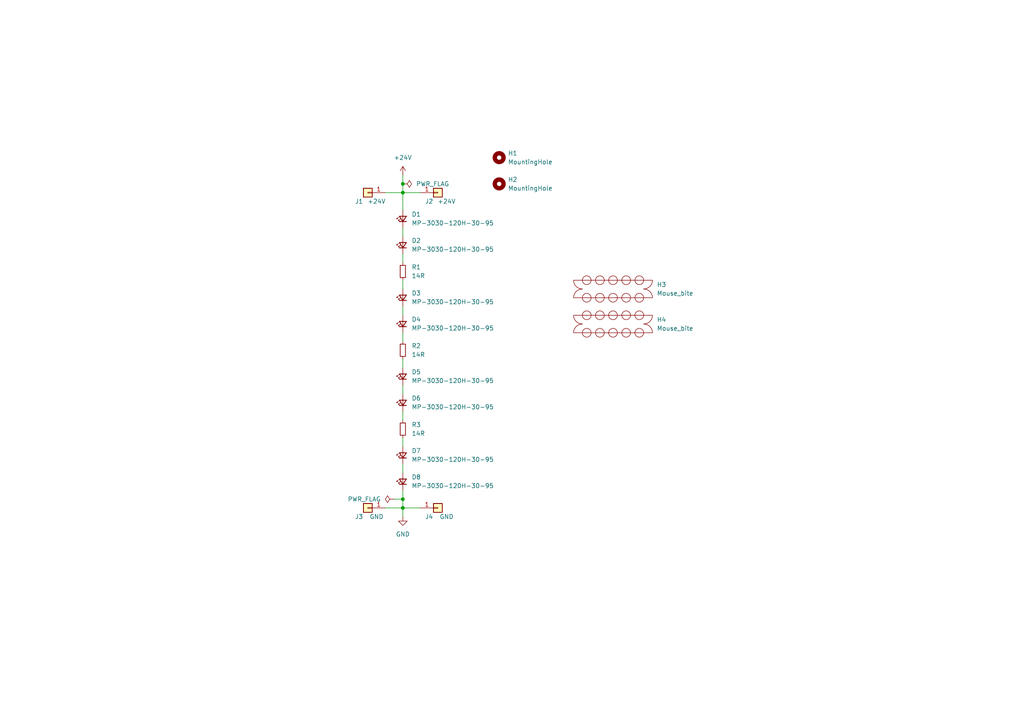
<source format=kicad_sch>
(kicad_sch (version 20211123) (generator eeschema)

  (uuid e63e39d7-6ac0-4ffd-8aa3-1841a4541b55)

  (paper "A4")

  (lib_symbols
    (symbol "Connector_Generic:Conn_01x01" (pin_names (offset 1.016) hide) (in_bom yes) (on_board yes)
      (property "Reference" "J" (id 0) (at 0 2.54 0)
        (effects (font (size 1.27 1.27)))
      )
      (property "Value" "Conn_01x01" (id 1) (at 0 -2.54 0)
        (effects (font (size 1.27 1.27)))
      )
      (property "Footprint" "" (id 2) (at 0 0 0)
        (effects (font (size 1.27 1.27)) hide)
      )
      (property "Datasheet" "~" (id 3) (at 0 0 0)
        (effects (font (size 1.27 1.27)) hide)
      )
      (property "ki_keywords" "connector" (id 4) (at 0 0 0)
        (effects (font (size 1.27 1.27)) hide)
      )
      (property "ki_description" "Generic connector, single row, 01x01, script generated (kicad-library-utils/schlib/autogen/connector/)" (id 5) (at 0 0 0)
        (effects (font (size 1.27 1.27)) hide)
      )
      (property "ki_fp_filters" "Connector*:*_1x??_*" (id 6) (at 0 0 0)
        (effects (font (size 1.27 1.27)) hide)
      )
      (symbol "Conn_01x01_1_1"
        (rectangle (start -1.27 0.127) (end 0 -0.127)
          (stroke (width 0.1524) (type default) (color 0 0 0 0))
          (fill (type none))
        )
        (rectangle (start -1.27 1.27) (end 1.27 -1.27)
          (stroke (width 0.254) (type default) (color 0 0 0 0))
          (fill (type background))
        )
        (pin passive line (at -5.08 0 0) (length 3.81)
          (name "Pin_1" (effects (font (size 1.27 1.27))))
          (number "1" (effects (font (size 1.27 1.27))))
        )
      )
    )
    (symbol "Device:LED_Small" (pin_numbers hide) (pin_names (offset 0.254) hide) (in_bom yes) (on_board yes)
      (property "Reference" "D" (id 0) (at -1.27 3.175 0)
        (effects (font (size 1.27 1.27)) (justify left))
      )
      (property "Value" "LED_Small" (id 1) (at -4.445 -2.54 0)
        (effects (font (size 1.27 1.27)) (justify left))
      )
      (property "Footprint" "" (id 2) (at 0 0 90)
        (effects (font (size 1.27 1.27)) hide)
      )
      (property "Datasheet" "~" (id 3) (at 0 0 90)
        (effects (font (size 1.27 1.27)) hide)
      )
      (property "ki_keywords" "LED diode light-emitting-diode" (id 4) (at 0 0 0)
        (effects (font (size 1.27 1.27)) hide)
      )
      (property "ki_description" "Light emitting diode, small symbol" (id 5) (at 0 0 0)
        (effects (font (size 1.27 1.27)) hide)
      )
      (property "ki_fp_filters" "LED* LED_SMD:* LED_THT:*" (id 6) (at 0 0 0)
        (effects (font (size 1.27 1.27)) hide)
      )
      (symbol "LED_Small_0_1"
        (polyline
          (pts
            (xy -0.762 -1.016)
            (xy -0.762 1.016)
          )
          (stroke (width 0.254) (type default) (color 0 0 0 0))
          (fill (type none))
        )
        (polyline
          (pts
            (xy 1.016 0)
            (xy -0.762 0)
          )
          (stroke (width 0) (type default) (color 0 0 0 0))
          (fill (type none))
        )
        (polyline
          (pts
            (xy 0.762 -1.016)
            (xy -0.762 0)
            (xy 0.762 1.016)
            (xy 0.762 -1.016)
          )
          (stroke (width 0.254) (type default) (color 0 0 0 0))
          (fill (type none))
        )
        (polyline
          (pts
            (xy 0 0.762)
            (xy -0.508 1.27)
            (xy -0.254 1.27)
            (xy -0.508 1.27)
            (xy -0.508 1.016)
          )
          (stroke (width 0) (type default) (color 0 0 0 0))
          (fill (type none))
        )
        (polyline
          (pts
            (xy 0.508 1.27)
            (xy 0 1.778)
            (xy 0.254 1.778)
            (xy 0 1.778)
            (xy 0 1.524)
          )
          (stroke (width 0) (type default) (color 0 0 0 0))
          (fill (type none))
        )
      )
      (symbol "LED_Small_1_1"
        (pin passive line (at -2.54 0 0) (length 1.778)
          (name "K" (effects (font (size 1.27 1.27))))
          (number "1" (effects (font (size 1.27 1.27))))
        )
        (pin passive line (at 2.54 0 180) (length 1.778)
          (name "A" (effects (font (size 1.27 1.27))))
          (number "2" (effects (font (size 1.27 1.27))))
        )
      )
    )
    (symbol "Device:R_Small" (pin_numbers hide) (pin_names (offset 0.254) hide) (in_bom yes) (on_board yes)
      (property "Reference" "R" (id 0) (at 0.762 0.508 0)
        (effects (font (size 1.27 1.27)) (justify left))
      )
      (property "Value" "R_Small" (id 1) (at 0.762 -1.016 0)
        (effects (font (size 1.27 1.27)) (justify left))
      )
      (property "Footprint" "" (id 2) (at 0 0 0)
        (effects (font (size 1.27 1.27)) hide)
      )
      (property "Datasheet" "~" (id 3) (at 0 0 0)
        (effects (font (size 1.27 1.27)) hide)
      )
      (property "ki_keywords" "R resistor" (id 4) (at 0 0 0)
        (effects (font (size 1.27 1.27)) hide)
      )
      (property "ki_description" "Resistor, small symbol" (id 5) (at 0 0 0)
        (effects (font (size 1.27 1.27)) hide)
      )
      (property "ki_fp_filters" "R_*" (id 6) (at 0 0 0)
        (effects (font (size 1.27 1.27)) hide)
      )
      (symbol "R_Small_0_1"
        (rectangle (start -0.762 1.778) (end 0.762 -1.778)
          (stroke (width 0.2032) (type default) (color 0 0 0 0))
          (fill (type none))
        )
      )
      (symbol "R_Small_1_1"
        (pin passive line (at 0 2.54 270) (length 0.762)
          (name "~" (effects (font (size 1.27 1.27))))
          (number "1" (effects (font (size 1.27 1.27))))
        )
        (pin passive line (at 0 -2.54 90) (length 0.762)
          (name "~" (effects (font (size 1.27 1.27))))
          (number "2" (effects (font (size 1.27 1.27))))
        )
      )
    )
    (symbol "IKEA_Tertial_mod:Mouse_bite" (in_bom yes) (on_board yes)
      (property "Reference" "H" (id 0) (at -10.16 5.08 0)
        (effects (font (size 1.27 1.27)))
      )
      (property "Value" "Mouse_bite" (id 1) (at 6.35 5.08 0)
        (effects (font (size 1.27 1.27)))
      )
      (property "Footprint" "IKEA_Tertial_mod:Mouse_bite" (id 2) (at 0 3.81 0)
        (effects (font (size 1.27 1.27)) hide)
      )
      (property "Datasheet" "" (id 3) (at 0 3.81 0)
        (effects (font (size 1.27 1.27)) hide)
      )
      (symbol "Mouse_bite_0_1"
        (arc (start -11.43 2.54) (mid -13.2261 -1.7961) (end -8.89 0)
          (stroke (width 0) (type default) (color 0 0 0 0))
          (fill (type none))
        )
        (arc (start -8.89 0) (mid -13.2261 1.7961) (end -11.43 -2.54)
          (stroke (width 0) (type default) (color 0 0 0 0))
          (fill (type none))
        )
        (circle (center -7.62 -2.54) (radius 1.27)
          (stroke (width 0) (type default) (color 0 0 0 0))
          (fill (type none))
        )
        (circle (center -7.62 2.54) (radius 1.27)
          (stroke (width 0) (type default) (color 0 0 0 0))
          (fill (type none))
        )
        (circle (center -3.81 -2.54) (radius 1.27)
          (stroke (width 0) (type default) (color 0 0 0 0))
          (fill (type none))
        )
        (circle (center -3.81 2.54) (radius 1.27)
          (stroke (width 0) (type default) (color 0 0 0 0))
          (fill (type none))
        )
        (circle (center 0 -2.54) (radius 1.27)
          (stroke (width 0) (type default) (color 0 0 0 0))
          (fill (type none))
        )
        (polyline
          (pts
            (xy -11.43 -2.54)
            (xy 11.43 -2.54)
          )
          (stroke (width 0) (type default) (color 0 0 0 0))
          (fill (type none))
        )
        (polyline
          (pts
            (xy -11.43 2.54)
            (xy 11.43 2.54)
          )
          (stroke (width 0) (type default) (color 0 0 0 0))
          (fill (type none))
        )
        (circle (center 0 2.54) (radius 1.27)
          (stroke (width 0) (type default) (color 0 0 0 0))
          (fill (type none))
        )
        (circle (center 3.81 -2.54) (radius 1.27)
          (stroke (width 0) (type default) (color 0 0 0 0))
          (fill (type none))
        )
        (circle (center 3.81 2.54) (radius 1.27)
          (stroke (width 0) (type default) (color 0 0 0 0))
          (fill (type none))
        )
        (circle (center 7.62 -2.54) (radius 1.27)
          (stroke (width 0) (type default) (color 0 0 0 0))
          (fill (type none))
        )
        (circle (center 7.62 2.54) (radius 1.27)
          (stroke (width 0) (type default) (color 0 0 0 0))
          (fill (type none))
        )
        (arc (start 8.89 0) (mid 13.2261 -1.7961) (end 11.43 2.54)
          (stroke (width 0) (type default) (color 0 0 0 0))
          (fill (type none))
        )
        (arc (start 11.43 -2.54) (mid 13.2261 1.7961) (end 8.89 0)
          (stroke (width 0) (type default) (color 0 0 0 0))
          (fill (type none))
        )
      )
    )
    (symbol "Mechanical:MountingHole" (pin_names (offset 1.016)) (in_bom yes) (on_board yes)
      (property "Reference" "H" (id 0) (at 0 5.08 0)
        (effects (font (size 1.27 1.27)))
      )
      (property "Value" "MountingHole" (id 1) (at 0 3.175 0)
        (effects (font (size 1.27 1.27)))
      )
      (property "Footprint" "" (id 2) (at 0 0 0)
        (effects (font (size 1.27 1.27)) hide)
      )
      (property "Datasheet" "~" (id 3) (at 0 0 0)
        (effects (font (size 1.27 1.27)) hide)
      )
      (property "ki_keywords" "mounting hole" (id 4) (at 0 0 0)
        (effects (font (size 1.27 1.27)) hide)
      )
      (property "ki_description" "Mounting Hole without connection" (id 5) (at 0 0 0)
        (effects (font (size 1.27 1.27)) hide)
      )
      (property "ki_fp_filters" "MountingHole*" (id 6) (at 0 0 0)
        (effects (font (size 1.27 1.27)) hide)
      )
      (symbol "MountingHole_0_1"
        (circle (center 0 0) (radius 1.27)
          (stroke (width 1.27) (type default) (color 0 0 0 0))
          (fill (type none))
        )
      )
    )
    (symbol "power:+24V" (power) (pin_names (offset 0)) (in_bom yes) (on_board yes)
      (property "Reference" "#PWR" (id 0) (at 0 -3.81 0)
        (effects (font (size 1.27 1.27)) hide)
      )
      (property "Value" "+24V" (id 1) (at 0 3.556 0)
        (effects (font (size 1.27 1.27)))
      )
      (property "Footprint" "" (id 2) (at 0 0 0)
        (effects (font (size 1.27 1.27)) hide)
      )
      (property "Datasheet" "" (id 3) (at 0 0 0)
        (effects (font (size 1.27 1.27)) hide)
      )
      (property "ki_keywords" "power-flag" (id 4) (at 0 0 0)
        (effects (font (size 1.27 1.27)) hide)
      )
      (property "ki_description" "Power symbol creates a global label with name \"+24V\"" (id 5) (at 0 0 0)
        (effects (font (size 1.27 1.27)) hide)
      )
      (symbol "+24V_0_1"
        (polyline
          (pts
            (xy -0.762 1.27)
            (xy 0 2.54)
          )
          (stroke (width 0) (type default) (color 0 0 0 0))
          (fill (type none))
        )
        (polyline
          (pts
            (xy 0 0)
            (xy 0 2.54)
          )
          (stroke (width 0) (type default) (color 0 0 0 0))
          (fill (type none))
        )
        (polyline
          (pts
            (xy 0 2.54)
            (xy 0.762 1.27)
          )
          (stroke (width 0) (type default) (color 0 0 0 0))
          (fill (type none))
        )
      )
      (symbol "+24V_1_1"
        (pin power_in line (at 0 0 90) (length 0) hide
          (name "+24V" (effects (font (size 1.27 1.27))))
          (number "1" (effects (font (size 1.27 1.27))))
        )
      )
    )
    (symbol "power:GND" (power) (pin_names (offset 0)) (in_bom yes) (on_board yes)
      (property "Reference" "#PWR" (id 0) (at 0 -6.35 0)
        (effects (font (size 1.27 1.27)) hide)
      )
      (property "Value" "GND" (id 1) (at 0 -3.81 0)
        (effects (font (size 1.27 1.27)))
      )
      (property "Footprint" "" (id 2) (at 0 0 0)
        (effects (font (size 1.27 1.27)) hide)
      )
      (property "Datasheet" "" (id 3) (at 0 0 0)
        (effects (font (size 1.27 1.27)) hide)
      )
      (property "ki_keywords" "power-flag" (id 4) (at 0 0 0)
        (effects (font (size 1.27 1.27)) hide)
      )
      (property "ki_description" "Power symbol creates a global label with name \"GND\" , ground" (id 5) (at 0 0 0)
        (effects (font (size 1.27 1.27)) hide)
      )
      (symbol "GND_0_1"
        (polyline
          (pts
            (xy 0 0)
            (xy 0 -1.27)
            (xy 1.27 -1.27)
            (xy 0 -2.54)
            (xy -1.27 -1.27)
            (xy 0 -1.27)
          )
          (stroke (width 0) (type default) (color 0 0 0 0))
          (fill (type none))
        )
      )
      (symbol "GND_1_1"
        (pin power_in line (at 0 0 270) (length 0) hide
          (name "GND" (effects (font (size 1.27 1.27))))
          (number "1" (effects (font (size 1.27 1.27))))
        )
      )
    )
    (symbol "power:PWR_FLAG" (power) (pin_numbers hide) (pin_names (offset 0) hide) (in_bom yes) (on_board yes)
      (property "Reference" "#FLG" (id 0) (at 0 1.905 0)
        (effects (font (size 1.27 1.27)) hide)
      )
      (property "Value" "PWR_FLAG" (id 1) (at 0 3.81 0)
        (effects (font (size 1.27 1.27)))
      )
      (property "Footprint" "" (id 2) (at 0 0 0)
        (effects (font (size 1.27 1.27)) hide)
      )
      (property "Datasheet" "~" (id 3) (at 0 0 0)
        (effects (font (size 1.27 1.27)) hide)
      )
      (property "ki_keywords" "power-flag" (id 4) (at 0 0 0)
        (effects (font (size 1.27 1.27)) hide)
      )
      (property "ki_description" "Special symbol for telling ERC where power comes from" (id 5) (at 0 0 0)
        (effects (font (size 1.27 1.27)) hide)
      )
      (symbol "PWR_FLAG_0_0"
        (pin power_out line (at 0 0 90) (length 0)
          (name "pwr" (effects (font (size 1.27 1.27))))
          (number "1" (effects (font (size 1.27 1.27))))
        )
      )
      (symbol "PWR_FLAG_0_1"
        (polyline
          (pts
            (xy 0 0)
            (xy 0 1.27)
            (xy -1.016 1.905)
            (xy 0 2.54)
            (xy 1.016 1.905)
            (xy 0 1.27)
          )
          (stroke (width 0) (type default) (color 0 0 0 0))
          (fill (type none))
        )
      )
    )
  )


  (junction (at 116.84 55.88) (diameter 0) (color 0 0 0 0)
    (uuid 2ba25c40-ea42-478e-9150-1d94fa1c8ae9)
  )
  (junction (at 116.84 53.34) (diameter 0) (color 0 0 0 0)
    (uuid 629fdb7a-7978-43d0-987e-b84465775826)
  )
  (junction (at 116.84 147.32) (diameter 0) (color 0 0 0 0)
    (uuid a647641f-bf16-4177-91ee-b01f347ff91c)
  )
  (junction (at 116.84 144.78) (diameter 0) (color 0 0 0 0)
    (uuid ae487c80-3972-41c1-a5c3-fba2ca583370)
  )

  (wire (pts (xy 116.84 66.04) (xy 116.84 68.58))
    (stroke (width 0) (type default) (color 0 0 0 0))
    (uuid 2cd3975a-2259-4fa9-8133-e1586b9b9618)
  )
  (wire (pts (xy 116.84 50.8) (xy 116.84 53.34))
    (stroke (width 0) (type default) (color 0 0 0 0))
    (uuid 2d4d8c24-5b38-445b-8733-2a81ba21d33e)
  )
  (wire (pts (xy 116.84 96.52) (xy 116.84 99.06))
    (stroke (width 0) (type default) (color 0 0 0 0))
    (uuid 2e6b1f7e-e4c3-43a1-ae90-c85aa40696d5)
  )
  (wire (pts (xy 116.84 144.78) (xy 116.84 147.32))
    (stroke (width 0) (type default) (color 0 0 0 0))
    (uuid 31f2419b-3201-430b-84b0-e08186e51976)
  )
  (wire (pts (xy 116.84 91.44) (xy 116.84 88.9))
    (stroke (width 0) (type default) (color 0 0 0 0))
    (uuid 36696ac6-2db1-4b52-ae3d-9f3c89d2042f)
  )
  (wire (pts (xy 111.76 147.32) (xy 116.84 147.32))
    (stroke (width 0) (type default) (color 0 0 0 0))
    (uuid 37728c8e-efcc-462c-a749-47b6bfcbaf37)
  )
  (wire (pts (xy 116.84 121.92) (xy 116.84 119.38))
    (stroke (width 0) (type default) (color 0 0 0 0))
    (uuid 494d4ce3-60c4-4021-8bd1-ab41a12b14ed)
  )
  (wire (pts (xy 114.3 144.78) (xy 116.84 144.78))
    (stroke (width 0) (type default) (color 0 0 0 0))
    (uuid 613475be-d206-4a12-b03c-153649da838a)
  )
  (wire (pts (xy 116.84 129.54) (xy 116.84 127))
    (stroke (width 0) (type default) (color 0 0 0 0))
    (uuid 692d87e9-6b70-46cc-9c78-b75193a484cc)
  )
  (wire (pts (xy 116.84 55.88) (xy 116.84 60.96))
    (stroke (width 0) (type default) (color 0 0 0 0))
    (uuid 70abf340-8b3e-403e-a5e2-d8f35caa2f87)
  )
  (wire (pts (xy 116.84 53.34) (xy 116.84 55.88))
    (stroke (width 0) (type default) (color 0 0 0 0))
    (uuid a10b569c-d672-485d-9c05-2cb4795deeca)
  )
  (wire (pts (xy 116.84 137.16) (xy 116.84 134.62))
    (stroke (width 0) (type default) (color 0 0 0 0))
    (uuid a6706c54-6a82-42d1-a6c9-48341690e19d)
  )
  (wire (pts (xy 116.84 147.32) (xy 121.92 147.32))
    (stroke (width 0) (type default) (color 0 0 0 0))
    (uuid aa0466c6-766f-4bb4-abf1-502a6a06f91d)
  )
  (wire (pts (xy 116.84 83.82) (xy 116.84 81.28))
    (stroke (width 0) (type default) (color 0 0 0 0))
    (uuid acb6c3f3-e677-4f35-9fc2-138ba10f33af)
  )
  (wire (pts (xy 116.84 55.88) (xy 121.92 55.88))
    (stroke (width 0) (type default) (color 0 0 0 0))
    (uuid b7ac5cea-ed28-4028-87d0-45e58c709cf1)
  )
  (wire (pts (xy 116.84 104.14) (xy 116.84 106.68))
    (stroke (width 0) (type default) (color 0 0 0 0))
    (uuid d396ce56-1974-47b7-a41b-ae2b20ef835c)
  )
  (wire (pts (xy 116.84 142.24) (xy 116.84 144.78))
    (stroke (width 0) (type default) (color 0 0 0 0))
    (uuid d4e4ffa8-e3e2-4590-b9df-630d1880f3e4)
  )
  (wire (pts (xy 116.84 55.88) (xy 111.76 55.88))
    (stroke (width 0) (type default) (color 0 0 0 0))
    (uuid db902262-2864-4997-aeff-8abaa132424a)
  )
  (wire (pts (xy 116.84 73.66) (xy 116.84 76.2))
    (stroke (width 0) (type default) (color 0 0 0 0))
    (uuid e0b0947e-ec91-4d8a-8663-5a112b0a8541)
  )
  (wire (pts (xy 116.84 114.3) (xy 116.84 111.76))
    (stroke (width 0) (type default) (color 0 0 0 0))
    (uuid e7893166-2c2c-41b4-bd84-76ebc2e06551)
  )
  (wire (pts (xy 116.84 147.32) (xy 116.84 149.86))
    (stroke (width 0) (type default) (color 0 0 0 0))
    (uuid fd4dd248-3e78-4985-a4fc-58bc05b74cbf)
  )

  (symbol (lib_id "power:GND") (at 116.84 149.86 0) (unit 1)
    (in_bom yes) (on_board yes) (fields_autoplaced)
    (uuid 0938c137-668b-4d2f-b92b-cadb1df72bdb)
    (property "Reference" "#PWR02" (id 0) (at 116.84 156.21 0)
      (effects (font (size 1.27 1.27)) hide)
    )
    (property "Value" "GND" (id 1) (at 116.84 154.94 0))
    (property "Footprint" "" (id 2) (at 116.84 149.86 0)
      (effects (font (size 1.27 1.27)) hide)
    )
    (property "Datasheet" "" (id 3) (at 116.84 149.86 0)
      (effects (font (size 1.27 1.27)) hide)
    )
    (pin "1" (uuid 74096bdc-b668-408c-af3a-b048c20bd605))
  )

  (symbol (lib_id "power:PWR_FLAG") (at 114.3 144.78 90) (unit 1)
    (in_bom yes) (on_board yes) (fields_autoplaced)
    (uuid 0a26525a-2537-4bdf-9458-11a39b6131ff)
    (property "Reference" "#FLG?" (id 0) (at 112.395 144.78 0)
      (effects (font (size 1.27 1.27)) hide)
    )
    (property "Value" "PWR_FLAG" (id 1) (at 110.49 144.7799 90)
      (effects (font (size 1.27 1.27)) (justify left))
    )
    (property "Footprint" "" (id 2) (at 114.3 144.78 0)
      (effects (font (size 1.27 1.27)) hide)
    )
    (property "Datasheet" "~" (id 3) (at 114.3 144.78 0)
      (effects (font (size 1.27 1.27)) hide)
    )
    (pin "1" (uuid 571dd08f-0ed8-4e76-bf91-f5a224ee71ce))
  )

  (symbol (lib_id "IKEA_Tertial_mod:Mouse_bite") (at 177.8 83.82 0) (unit 1)
    (in_bom yes) (on_board yes) (fields_autoplaced)
    (uuid 0c9bbc06-f1c0-4359-8448-9c515b32a886)
    (property "Reference" "H3" (id 0) (at 190.5 82.5499 0)
      (effects (font (size 1.27 1.27)) (justify left))
    )
    (property "Value" "Mouse_bite" (id 1) (at 190.5 85.0899 0)
      (effects (font (size 1.27 1.27)) (justify left))
    )
    (property "Footprint" "IKEA_Tertial_mod:Mouse_bite_5x0.8mm_holes" (id 2) (at 177.8 80.01 0)
      (effects (font (size 1.27 1.27)) hide)
    )
    (property "Datasheet" "" (id 3) (at 177.8 80.01 0)
      (effects (font (size 1.27 1.27)) hide)
    )
  )

  (symbol (lib_id "Device:LED_Small") (at 116.84 86.36 90) (unit 1)
    (in_bom yes) (on_board yes) (fields_autoplaced)
    (uuid 291935ec-f8ff-41f0-8717-e68b8af7b8c1)
    (property "Reference" "D3" (id 0) (at 119.38 85.0264 90)
      (effects (font (size 1.27 1.27)) (justify right))
    )
    (property "Value" "MP-3030-120H-30-95" (id 1) (at 119.38 87.5664 90)
      (effects (font (size 1.27 1.27)) (justify right))
    )
    (property "Footprint" "IKEA_Tertial_mod:MP_3030" (id 2) (at 116.84 86.36 90)
      (effects (font (size 1.27 1.27)) hide)
    )
    (property "Datasheet" "~" (id 3) (at 116.84 86.36 90)
      (effects (font (size 1.27 1.27)) hide)
    )
    (pin "1" (uuid 49a65079-57a9-46fc-8711-1d7f2cab8dbf))
    (pin "2" (uuid 87ba184f-bff5-4989-8217-6af375cc3dd8))
  )

  (symbol (lib_id "Device:R_Small") (at 116.84 101.6 0) (unit 1)
    (in_bom yes) (on_board yes)
    (uuid 2ec9be40-1d5a-4e2d-8a4d-4be2d3c079d5)
    (property "Reference" "R2" (id 0) (at 119.38 100.3299 0)
      (effects (font (size 1.27 1.27)) (justify left))
    )
    (property "Value" "14R" (id 1) (at 119.38 102.8699 0)
      (effects (font (size 1.27 1.27)) (justify left))
    )
    (property "Footprint" "Resistor_SMD:R_1206_3216Metric" (id 2) (at 116.84 101.6 0)
      (effects (font (size 1.27 1.27)) hide)
    )
    (property "Datasheet" "~" (id 3) (at 116.84 101.6 0)
      (effects (font (size 1.27 1.27)) hide)
    )
    (pin "1" (uuid 35343f32-90ff-4059-a108-111fb444c3d2))
    (pin "2" (uuid 4b982f8b-ca29-4ebf-88fc-8a50b24e0802))
  )

  (symbol (lib_id "Device:R_Small") (at 116.84 124.46 0) (unit 1)
    (in_bom yes) (on_board yes)
    (uuid 300aa512-2f66-4c26-a530-50c091b3a099)
    (property "Reference" "R3" (id 0) (at 119.38 123.1899 0)
      (effects (font (size 1.27 1.27)) (justify left))
    )
    (property "Value" "14R" (id 1) (at 119.38 125.7299 0)
      (effects (font (size 1.27 1.27)) (justify left))
    )
    (property "Footprint" "Resistor_SMD:R_1206_3216Metric" (id 2) (at 116.84 124.46 0)
      (effects (font (size 1.27 1.27)) hide)
    )
    (property "Datasheet" "~" (id 3) (at 116.84 124.46 0)
      (effects (font (size 1.27 1.27)) hide)
    )
    (pin "1" (uuid 11c7c8d4-4c4b-4330-bb59-1eec2e98b255))
    (pin "2" (uuid 34ddb753-e57c-4ca8-a67b-d7cdf62cae93))
  )

  (symbol (lib_id "power:PWR_FLAG") (at 116.84 53.34 270) (unit 1)
    (in_bom yes) (on_board yes) (fields_autoplaced)
    (uuid 34a11a07-8b7f-45d2-96e3-89fd43e62756)
    (property "Reference" "#FLG01" (id 0) (at 118.745 53.34 0)
      (effects (font (size 1.27 1.27)) hide)
    )
    (property "Value" "PWR_FLAG" (id 1) (at 120.65 53.3399 90)
      (effects (font (size 1.27 1.27)) (justify left))
    )
    (property "Footprint" "" (id 2) (at 116.84 53.34 0)
      (effects (font (size 1.27 1.27)) hide)
    )
    (property "Datasheet" "~" (id 3) (at 116.84 53.34 0)
      (effects (font (size 1.27 1.27)) hide)
    )
    (pin "1" (uuid 47993d80-a37e-426e-90c9-fd54b49ed166))
  )

  (symbol (lib_id "Mechanical:MountingHole") (at 144.78 45.72 0) (unit 1)
    (in_bom yes) (on_board yes) (fields_autoplaced)
    (uuid 720ec55a-7c69-4064-b792-ef3dbba4eab9)
    (property "Reference" "H1" (id 0) (at 147.32 44.4499 0)
      (effects (font (size 1.27 1.27)) (justify left))
    )
    (property "Value" "MountingHole" (id 1) (at 147.32 46.9899 0)
      (effects (font (size 1.27 1.27)) (justify left))
    )
    (property "Footprint" "MountingHole:MountingHole_3.2mm_M3" (id 2) (at 144.78 45.72 0)
      (effects (font (size 1.27 1.27)) hide)
    )
    (property "Datasheet" "~" (id 3) (at 144.78 45.72 0)
      (effects (font (size 1.27 1.27)) hide)
    )
  )

  (symbol (lib_id "IKEA_Tertial_mod:Mouse_bite") (at 177.8 93.98 0) (unit 1)
    (in_bom yes) (on_board yes) (fields_autoplaced)
    (uuid 87a0ffb1-5477-4b20-a3ac-fef5af129a33)
    (property "Reference" "H4" (id 0) (at 190.5 92.7099 0)
      (effects (font (size 1.27 1.27)) (justify left))
    )
    (property "Value" "Mouse_bite" (id 1) (at 190.5 95.2499 0)
      (effects (font (size 1.27 1.27)) (justify left))
    )
    (property "Footprint" "IKEA_Tertial_mod:Mouse_bite_5x0.8mm_holes" (id 2) (at 177.8 90.17 0)
      (effects (font (size 1.27 1.27)) hide)
    )
    (property "Datasheet" "" (id 3) (at 177.8 90.17 0)
      (effects (font (size 1.27 1.27)) hide)
    )
  )

  (symbol (lib_id "Connector_Generic:Conn_01x01") (at 127 55.88 0) (unit 1)
    (in_bom yes) (on_board yes)
    (uuid 97e5f992-979e-4291-bd9a-a77c3fd4b1b5)
    (property "Reference" "J2" (id 0) (at 124.46 58.42 0))
    (property "Value" "+24V" (id 1) (at 129.54 58.42 0))
    (property "Footprint" "IKEA_Tertial_mod:Connector_08x03.5mm_pad_SMD" (id 2) (at 127 55.88 0)
      (effects (font (size 1.27 1.27)) hide)
    )
    (property "Datasheet" "~" (id 3) (at 127 55.88 0)
      (effects (font (size 1.27 1.27)) hide)
    )
    (pin "1" (uuid 91c82043-0b26-427f-b23c-6094224ddfc2))
  )

  (symbol (lib_id "Device:LED_Small") (at 116.84 139.7 90) (unit 1)
    (in_bom yes) (on_board yes)
    (uuid 9a595c4c-9ac1-4ae3-8ff3-1b7f2281a894)
    (property "Reference" "D8" (id 0) (at 119.38 138.3664 90)
      (effects (font (size 1.27 1.27)) (justify right))
    )
    (property "Value" "MP-3030-120H-30-95" (id 1) (at 119.38 140.9064 90)
      (effects (font (size 1.27 1.27)) (justify right))
    )
    (property "Footprint" "IKEA_Tertial_mod:MP_3030" (id 2) (at 116.84 139.7 90)
      (effects (font (size 1.27 1.27)) hide)
    )
    (property "Datasheet" "~" (id 3) (at 116.84 139.7 90)
      (effects (font (size 1.27 1.27)) hide)
    )
    (pin "1" (uuid 94c3d0e3-d7fb-421d-bbb4-5c800d76c809))
    (pin "2" (uuid ea28e946-b74f-4ba8-ac7b-b1884c5e7296))
  )

  (symbol (lib_id "Device:LED_Small") (at 116.84 109.22 90) (unit 1)
    (in_bom yes) (on_board yes) (fields_autoplaced)
    (uuid 9c8eae28-a7c3-4e6a-bd81-98cf70031070)
    (property "Reference" "D5" (id 0) (at 119.38 107.8864 90)
      (effects (font (size 1.27 1.27)) (justify right))
    )
    (property "Value" "MP-3030-120H-30-95" (id 1) (at 119.38 110.4264 90)
      (effects (font (size 1.27 1.27)) (justify right))
    )
    (property "Footprint" "IKEA_Tertial_mod:MP_3030" (id 2) (at 116.84 109.22 90)
      (effects (font (size 1.27 1.27)) hide)
    )
    (property "Datasheet" "~" (id 3) (at 116.84 109.22 90)
      (effects (font (size 1.27 1.27)) hide)
    )
    (pin "1" (uuid 6b69fc79-c78f-4df1-9a05-c51d4173705f))
    (pin "2" (uuid f2392fe0-54af-4e02-8793-9ba2471944b5))
  )

  (symbol (lib_id "Connector_Generic:Conn_01x01") (at 106.68 55.88 180) (unit 1)
    (in_bom yes) (on_board yes)
    (uuid a6dc1180-19c4-432b-af49-fc9179bb4519)
    (property "Reference" "J1" (id 0) (at 104.14 58.42 0))
    (property "Value" "+24V" (id 1) (at 109.22 58.42 0))
    (property "Footprint" "IKEA_Tertial_mod:Connector_08x03.5mm_pad_SMD" (id 2) (at 106.68 55.88 0)
      (effects (font (size 1.27 1.27)) hide)
    )
    (property "Datasheet" "~" (id 3) (at 106.68 55.88 0)
      (effects (font (size 1.27 1.27)) hide)
    )
    (pin "1" (uuid 4c8704fa-310a-4c01-8dc1-2b7e2727fea0))
  )

  (symbol (lib_id "Device:R_Small") (at 116.84 78.74 0) (unit 1)
    (in_bom yes) (on_board yes)
    (uuid b44c0167-50fe-4c67-94fb-5ce2e6f52544)
    (property "Reference" "R1" (id 0) (at 119.38 77.4699 0)
      (effects (font (size 1.27 1.27)) (justify left))
    )
    (property "Value" "14R" (id 1) (at 119.38 80.0099 0)
      (effects (font (size 1.27 1.27)) (justify left))
    )
    (property "Footprint" "Resistor_SMD:R_1206_3216Metric" (id 2) (at 116.84 78.74 0)
      (effects (font (size 1.27 1.27)) hide)
    )
    (property "Datasheet" "~" (id 3) (at 116.84 78.74 0)
      (effects (font (size 1.27 1.27)) hide)
    )
    (pin "1" (uuid dd2d59b3-ddef-491f-bb57-eb3d3820bdeb))
    (pin "2" (uuid 765684c2-53b3-4ef7-bd1b-7a4a73d87b76))
  )

  (symbol (lib_id "Device:LED_Small") (at 116.84 63.5 90) (unit 1)
    (in_bom yes) (on_board yes) (fields_autoplaced)
    (uuid b55dabdc-b790-4740-9349-75159cff975a)
    (property "Reference" "D1" (id 0) (at 119.38 62.1664 90)
      (effects (font (size 1.27 1.27)) (justify right))
    )
    (property "Value" "MP-3030-120H-30-95" (id 1) (at 119.38 64.7064 90)
      (effects (font (size 1.27 1.27)) (justify right))
    )
    (property "Footprint" "IKEA_Tertial_mod:MP_3030" (id 2) (at 116.84 63.5 90)
      (effects (font (size 1.27 1.27)) hide)
    )
    (property "Datasheet" "~" (id 3) (at 116.84 63.5 90)
      (effects (font (size 1.27 1.27)) hide)
    )
    (pin "1" (uuid 004b7456-c25a-480f-88f6-723c1bcd9939))
    (pin "2" (uuid b8b15b51-8345-4a1d-8ecf-04fc15b9e450))
  )

  (symbol (lib_id "Device:LED_Small") (at 116.84 93.98 90) (unit 1)
    (in_bom yes) (on_board yes) (fields_autoplaced)
    (uuid d1441985-7b63-4bf8-a06d-c70da2e3b78b)
    (property "Reference" "D4" (id 0) (at 119.38 92.6464 90)
      (effects (font (size 1.27 1.27)) (justify right))
    )
    (property "Value" "MP-3030-120H-30-95" (id 1) (at 119.38 95.1864 90)
      (effects (font (size 1.27 1.27)) (justify right))
    )
    (property "Footprint" "IKEA_Tertial_mod:MP_3030" (id 2) (at 116.84 93.98 90)
      (effects (font (size 1.27 1.27)) hide)
    )
    (property "Datasheet" "~" (id 3) (at 116.84 93.98 90)
      (effects (font (size 1.27 1.27)) hide)
    )
    (pin "1" (uuid cd50b8dc-829d-4a1d-8f2a-6471f378ba87))
    (pin "2" (uuid 0c544a8c-9f45-4205-9bca-1d91c95d58ef))
  )

  (symbol (lib_id "Device:LED_Small") (at 116.84 132.08 90) (unit 1)
    (in_bom yes) (on_board yes)
    (uuid d70d1cd3-1668-4688-8eb7-f773efb7bb87)
    (property "Reference" "D7" (id 0) (at 119.38 130.7464 90)
      (effects (font (size 1.27 1.27)) (justify right))
    )
    (property "Value" "MP-3030-120H-30-95" (id 1) (at 119.38 133.2864 90)
      (effects (font (size 1.27 1.27)) (justify right))
    )
    (property "Footprint" "IKEA_Tertial_mod:MP_3030" (id 2) (at 116.84 132.08 90)
      (effects (font (size 1.27 1.27)) hide)
    )
    (property "Datasheet" "~" (id 3) (at 116.84 132.08 90)
      (effects (font (size 1.27 1.27)) hide)
    )
    (pin "1" (uuid 3c646c61-400f-4f60-98b8-05ed5e632a3f))
    (pin "2" (uuid 8aeda7bd-b078-427a-a185-d5bc595c6436))
  )

  (symbol (lib_id "Connector_Generic:Conn_01x01") (at 127 147.32 0) (unit 1)
    (in_bom yes) (on_board yes)
    (uuid e4184668-3bdd-4cb2-a053-4f3d5e57b541)
    (property "Reference" "J4" (id 0) (at 124.46 149.86 0))
    (property "Value" "GND" (id 1) (at 129.54 149.86 0))
    (property "Footprint" "IKEA_Tertial_mod:Connector_08x03.5mm_pad_SMD" (id 2) (at 127 147.32 0)
      (effects (font (size 1.27 1.27)) hide)
    )
    (property "Datasheet" "~" (id 3) (at 127 147.32 0)
      (effects (font (size 1.27 1.27)) hide)
    )
    (pin "1" (uuid ea745685-58a4-4364-a674-15381eadb187))
  )

  (symbol (lib_id "Connector_Generic:Conn_01x01") (at 106.68 147.32 180) (unit 1)
    (in_bom yes) (on_board yes)
    (uuid ec2e3d8a-128c-4be8-b432-9738bca934ae)
    (property "Reference" "J3" (id 0) (at 104.14 149.86 0))
    (property "Value" "GND" (id 1) (at 109.22 149.86 0))
    (property "Footprint" "IKEA_Tertial_mod:Connector_08x03.5mm_pad_SMD" (id 2) (at 106.68 147.32 0)
      (effects (font (size 1.27 1.27)) hide)
    )
    (property "Datasheet" "~" (id 3) (at 106.68 147.32 0)
      (effects (font (size 1.27 1.27)) hide)
    )
    (pin "1" (uuid 08da8f18-02c3-4a28-a400-670f01755980))
  )

  (symbol (lib_id "Device:LED_Small") (at 116.84 71.12 90) (unit 1)
    (in_bom yes) (on_board yes) (fields_autoplaced)
    (uuid ed952427-2217-4500-9bbc-0c2746b198ad)
    (property "Reference" "D2" (id 0) (at 119.38 69.7864 90)
      (effects (font (size 1.27 1.27)) (justify right))
    )
    (property "Value" "MP-3030-120H-30-95" (id 1) (at 119.38 72.3264 90)
      (effects (font (size 1.27 1.27)) (justify right))
    )
    (property "Footprint" "IKEA_Tertial_mod:MP_3030" (id 2) (at 116.84 71.12 90)
      (effects (font (size 1.27 1.27)) hide)
    )
    (property "Datasheet" "~" (id 3) (at 116.84 71.12 90)
      (effects (font (size 1.27 1.27)) hide)
    )
    (pin "1" (uuid 4f4bd227-fa4c-47f4-ad05-ee16ad4c58c2))
    (pin "2" (uuid 122b5574-57fe-4d2d-80bf-3cabd28e7128))
  )

  (symbol (lib_id "Mechanical:MountingHole") (at 144.78 53.34 0) (unit 1)
    (in_bom yes) (on_board yes) (fields_autoplaced)
    (uuid f284b1e2-75a4-4a3f-a5f4-6f05f15fb4f5)
    (property "Reference" "H2" (id 0) (at 147.32 52.0699 0)
      (effects (font (size 1.27 1.27)) (justify left))
    )
    (property "Value" "MountingHole" (id 1) (at 147.32 54.6099 0)
      (effects (font (size 1.27 1.27)) (justify left))
    )
    (property "Footprint" "MountingHole:MountingHole_3.2mm_M3" (id 2) (at 144.78 53.34 0)
      (effects (font (size 1.27 1.27)) hide)
    )
    (property "Datasheet" "~" (id 3) (at 144.78 53.34 0)
      (effects (font (size 1.27 1.27)) hide)
    )
  )

  (symbol (lib_id "Device:LED_Small") (at 116.84 116.84 90) (unit 1)
    (in_bom yes) (on_board yes) (fields_autoplaced)
    (uuid fab1abc4-c49d-4b88-8c7f-939d7feb7b6c)
    (property "Reference" "D6" (id 0) (at 119.38 115.5064 90)
      (effects (font (size 1.27 1.27)) (justify right))
    )
    (property "Value" "MP-3030-120H-30-95" (id 1) (at 119.38 118.0464 90)
      (effects (font (size 1.27 1.27)) (justify right))
    )
    (property "Footprint" "IKEA_Tertial_mod:MP_3030" (id 2) (at 116.84 116.84 90)
      (effects (font (size 1.27 1.27)) hide)
    )
    (property "Datasheet" "~" (id 3) (at 116.84 116.84 90)
      (effects (font (size 1.27 1.27)) hide)
    )
    (pin "1" (uuid 1a813eeb-ee58-4579-81e1-3f9a7227213c))
    (pin "2" (uuid b754bfb3-a198-47be-8e7b-61bec885a5db))
  )

  (symbol (lib_id "power:+24V") (at 116.84 50.8 0) (unit 1)
    (in_bom yes) (on_board yes) (fields_autoplaced)
    (uuid ff2f00dc-dff2-4a19-af27-f5c793a8d261)
    (property "Reference" "#PWR01" (id 0) (at 116.84 54.61 0)
      (effects (font (size 1.27 1.27)) hide)
    )
    (property "Value" "+24V" (id 1) (at 116.84 45.72 0))
    (property "Footprint" "" (id 2) (at 116.84 50.8 0)
      (effects (font (size 1.27 1.27)) hide)
    )
    (property "Datasheet" "" (id 3) (at 116.84 50.8 0)
      (effects (font (size 1.27 1.27)) hide)
    )
    (pin "1" (uuid c8072c34-0f81-4552-9fbe-4bfe60c53e21))
  )

  (sheet_instances
    (path "/" (page "1"))
  )

  (symbol_instances
    (path "/34a11a07-8b7f-45d2-96e3-89fd43e62756"
      (reference "#FLG01") (unit 1) (value "PWR_FLAG") (footprint "")
    )
    (path "/0a26525a-2537-4bdf-9458-11a39b6131ff"
      (reference "#FLG?") (unit 1) (value "PWR_FLAG") (footprint "")
    )
    (path "/ff2f00dc-dff2-4a19-af27-f5c793a8d261"
      (reference "#PWR01") (unit 1) (value "+24V") (footprint "")
    )
    (path "/0938c137-668b-4d2f-b92b-cadb1df72bdb"
      (reference "#PWR02") (unit 1) (value "GND") (footprint "")
    )
    (path "/b55dabdc-b790-4740-9349-75159cff975a"
      (reference "D1") (unit 1) (value "MP-3030-120H-30-95") (footprint "IKEA_Tertial_mod:MP_3030")
    )
    (path "/ed952427-2217-4500-9bbc-0c2746b198ad"
      (reference "D2") (unit 1) (value "MP-3030-120H-30-95") (footprint "IKEA_Tertial_mod:MP_3030")
    )
    (path "/291935ec-f8ff-41f0-8717-e68b8af7b8c1"
      (reference "D3") (unit 1) (value "MP-3030-120H-30-95") (footprint "IKEA_Tertial_mod:MP_3030")
    )
    (path "/d1441985-7b63-4bf8-a06d-c70da2e3b78b"
      (reference "D4") (unit 1) (value "MP-3030-120H-30-95") (footprint "IKEA_Tertial_mod:MP_3030")
    )
    (path "/9c8eae28-a7c3-4e6a-bd81-98cf70031070"
      (reference "D5") (unit 1) (value "MP-3030-120H-30-95") (footprint "IKEA_Tertial_mod:MP_3030")
    )
    (path "/fab1abc4-c49d-4b88-8c7f-939d7feb7b6c"
      (reference "D6") (unit 1) (value "MP-3030-120H-30-95") (footprint "IKEA_Tertial_mod:MP_3030")
    )
    (path "/d70d1cd3-1668-4688-8eb7-f773efb7bb87"
      (reference "D7") (unit 1) (value "MP-3030-120H-30-95") (footprint "IKEA_Tertial_mod:MP_3030")
    )
    (path "/9a595c4c-9ac1-4ae3-8ff3-1b7f2281a894"
      (reference "D8") (unit 1) (value "MP-3030-120H-30-95") (footprint "IKEA_Tertial_mod:MP_3030")
    )
    (path "/720ec55a-7c69-4064-b792-ef3dbba4eab9"
      (reference "H1") (unit 1) (value "MountingHole") (footprint "MountingHole:MountingHole_3.2mm_M3")
    )
    (path "/f284b1e2-75a4-4a3f-a5f4-6f05f15fb4f5"
      (reference "H2") (unit 1) (value "MountingHole") (footprint "MountingHole:MountingHole_3.2mm_M3")
    )
    (path "/0c9bbc06-f1c0-4359-8448-9c515b32a886"
      (reference "H3") (unit 1) (value "Mouse_bite") (footprint "IKEA_Tertial_mod:Mouse_bite_5x0.8mm_holes")
    )
    (path "/87a0ffb1-5477-4b20-a3ac-fef5af129a33"
      (reference "H4") (unit 1) (value "Mouse_bite") (footprint "IKEA_Tertial_mod:Mouse_bite_5x0.8mm_holes")
    )
    (path "/a6dc1180-19c4-432b-af49-fc9179bb4519"
      (reference "J1") (unit 1) (value "+24V") (footprint "IKEA_Tertial_mod:Connector_08x03.5mm_pad_SMD")
    )
    (path "/97e5f992-979e-4291-bd9a-a77c3fd4b1b5"
      (reference "J2") (unit 1) (value "+24V") (footprint "IKEA_Tertial_mod:Connector_08x03.5mm_pad_SMD")
    )
    (path "/ec2e3d8a-128c-4be8-b432-9738bca934ae"
      (reference "J3") (unit 1) (value "GND") (footprint "IKEA_Tertial_mod:Connector_08x03.5mm_pad_SMD")
    )
    (path "/e4184668-3bdd-4cb2-a053-4f3d5e57b541"
      (reference "J4") (unit 1) (value "GND") (footprint "IKEA_Tertial_mod:Connector_08x03.5mm_pad_SMD")
    )
    (path "/b44c0167-50fe-4c67-94fb-5ce2e6f52544"
      (reference "R1") (unit 1) (value "14R") (footprint "Resistor_SMD:R_1206_3216Metric")
    )
    (path "/2ec9be40-1d5a-4e2d-8a4d-4be2d3c079d5"
      (reference "R2") (unit 1) (value "14R") (footprint "Resistor_SMD:R_1206_3216Metric")
    )
    (path "/300aa512-2f66-4c26-a530-50c091b3a099"
      (reference "R3") (unit 1) (value "14R") (footprint "Resistor_SMD:R_1206_3216Metric")
    )
  )
)

</source>
